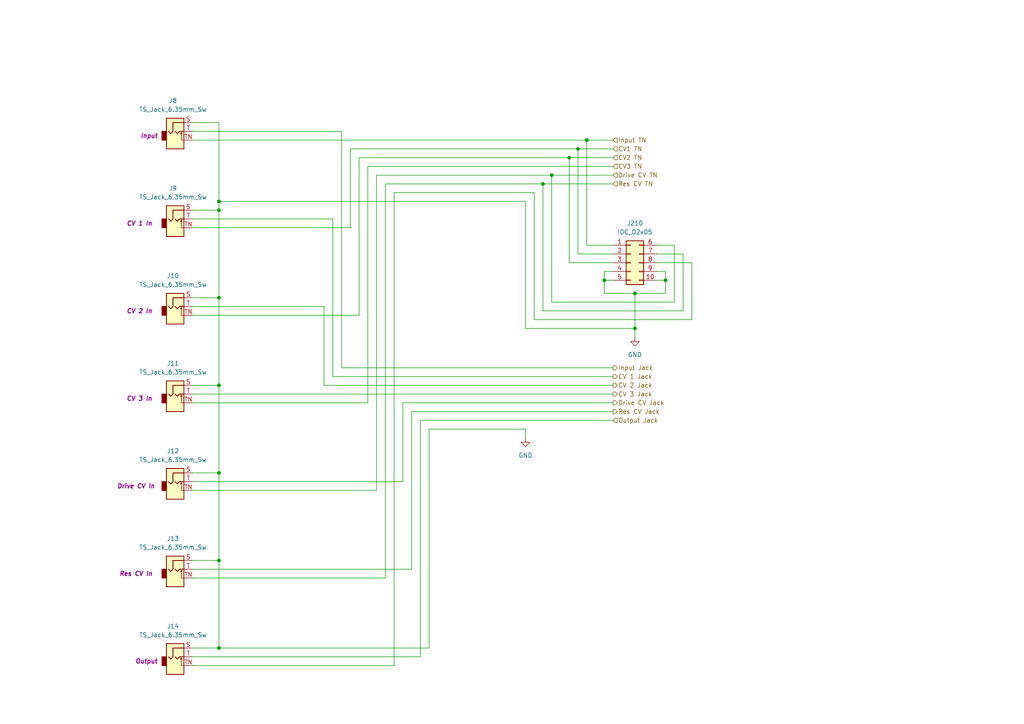
<source format=kicad_sch>
(kicad_sch (version 20250114) (generator "eeschema") (generator_version "9.0")
  (paper "A4")
  (title_block (company "DMH Instruments") (comment 1 "PCB for 15cm Kosmo format synthesizer module"))
  (lib_symbols
    (symbol "SynthStuff:BackBone_Connector_10Pin" (pin_names (offset 1.016) (hide yes))
      (property "Reference" "J" (at 0 -10.922 0))
      (property "Value" "IDC_02x05" (at 0 -8.382 0))
      (symbol "BackBone_Connector_10Pin_1_1"
        (rectangle (start -2.54 6.35) (end 2.54 -6.35) (stroke (width 0.254)) (fill (type background)))
        (rectangle (start -2.54 5.207) (end -1.27 4.953) (stroke (width 0.1524)))
        (rectangle (start -2.54 2.667) (end -1.27 2.413) (stroke (width 0.1524)))
        (rectangle (start -2.54 0.127) (end -1.27 -0.127) (stroke (width 0.1524)))
        (rectangle (start -2.54 -2.413) (end -1.27 -2.667) (stroke (width 0.1524)))
        (rectangle (start -2.54 -4.953) (end -1.27 -5.207) (stroke (width 0.1524)))
        (rectangle (start 2.54 5.207) (end 1.27 4.953) (stroke (width 0.1524)))
        (rectangle (start 2.54 2.667) (end 1.27 2.413) (stroke (width 0.1524)))
        (rectangle (start 2.54 0.127) (end 1.27 -0.127) (stroke (width 0.1524)))
        (rectangle (start 2.54 -2.413) (end 1.27 -2.667) (stroke (width 0.1524)))
        (rectangle (start 2.54 -4.953) (end 1.27 -5.207) (stroke (width 0.1524)))
        (pin passive line (at -6.35 5.08 0) (length 3.81) (name "Pin_1") (number "1"))
        (pin passive line (at -6.35 2.54 0) (length 3.81) (name "Pin_2") (number "2"))
        (pin passive line (at -6.35 0 0) (length 3.81) (name "Pin_3") (number "3"))
        (pin passive line (at -6.35 -2.54 0) (length 3.81) (name "Pin_4") (number "4"))
        (pin passive line (at -6.35 -5.08 0) (length 3.81) (name "Pin_5") (number "5"))
        (pin passive line (at 6.35 5.08 180) (length 3.81) (name "Pin_6") (number "6"))
        (pin passive line (at 6.35 2.54 180) (length 3.81) (name "Pin_7") (number "7"))
        (pin passive line (at 6.35 0 180) (length 3.81) (name "Pin_8") (number "8"))
        (pin passive line (at 6.35 -2.54 180) (length 3.81) (name "Pin_9") (number "9"))
        (pin passive line (at 6.35 -5.08 180) (length 3.81) (name "Pin_10") (number "10"))
      )
    )
    (symbol "SynthStuff:TS_Jack_6.35mm_Sw"
      (property "Reference" "J" (at -0.635 8.89 0))
      (property "Value" "TS_Jack_6.35mm_Sw" (at -0.635 6.35 0))
      (symbol "TS_Jack_6.35mm_Sw_0_1"
        (rectangle (start -2.54 0) (end -3.81 -2.54) (stroke (width 0.254)) (fill (type outline)))
        (polyline (pts (xy 0 0) (xy 0.635 -0.635) (xy 1.27 0) (xy 2.54 0)) (stroke (width 0.254)))
        (polyline (pts (xy 1.778 -0.254) (xy 2.032 -0.762)))
        (rectangle (start 2.54 3.81) (end -2.54 -5.08) (stroke (width 0.254)) (fill (type background)))
        (polyline (pts (xy 2.54 2.54) (xy -0.635 2.54) (xy -0.635 0) (xy -1.27 -0.635) (xy -1.905 0)) (stroke (width 0.254)))
        (polyline (pts (xy 2.54 -2.54) (xy 1.778 -2.54) (xy 1.778 -0.254) (xy 1.524 -0.762)))
      )
      (symbol "TS_Jack_6.35mm_Sw_1_1"
        (pin passive line (at 5.08 2.54 180) (length 2.54) (name "~") (number "S"))
        (pin passive line (at 5.08 0 180) (length 2.54) (name "~") (number "T"))
        (pin passive line (at 5.08 -2.54 180) (length 2.54) (name "~") (number "TN"))
      )
    )
    (symbol "power:GND" (power) (pin_numbers (hide yes)) (pin_names (offset 0) (hide yes))
      (property "Value" "GND" (at 0 -3.81 0))
      (symbol "GND_0_1"
        (polyline (pts (xy 0 0) (xy 0 -1.27) (xy 1.27 -1.27) (xy 0 -2.54) (xy -1.27 -1.27) (xy 0 -1.27)))
      )
      (symbol "GND_1_1"
        (pin power_in line (at 0 0 270) (length 0) (name "~") (number "1"))
      )
    )
  )
  (junction (at 165.1 45.72))
  (junction (at 63.5 187.96))
  (junction (at 167.64 43.18))
  (junction (at 63.5 58.42))
  (junction (at 63.5 137.16))
  (junction (at 175.26 81.28))
  (junction (at 160.02 50.8))
  (junction (at 193.04 81.28))
  (junction (at 63.5 86.36))
  (junction (at 184.15 95.25))
  (junction (at 63.5 162.56))
  (junction (at 170.18 40.64))
  (junction (at 63.5 111.76))
  (junction (at 157.48 53.34))
  (junction (at 184.15 85.09))
  (junction (at 63.5 60.96))
  (wire (pts (xy 116.84 116.84) (xy 177.8 116.84)))
  (wire (pts (xy 63.5 187.96) (xy 124.46 187.96)))
  (wire (pts (xy 198.12 90.17) (xy 198.12 73.66)))
  (wire (pts (xy 63.5 60.96) (xy 63.5 86.36)))
  (wire (pts (xy 195.58 87.63) (xy 195.58 71.12)))
  (wire (pts (xy 109.22 50.8) (xy 160.02 50.8)))
  (wire (pts (xy 55.88 187.96) (xy 63.5 187.96)))
  (wire (pts (xy 106.68 116.84) (xy 106.68 48.26)))
  (wire (pts (xy 55.88 116.84) (xy 106.68 116.84)))
  (wire (pts (xy 101.6 43.18) (xy 101.6 66.04)))
  (wire (pts (xy 190.5 78.74) (xy 193.04 78.74)))
  (wire (pts (xy 99.06 38.1) (xy 99.06 106.68)))
  (wire (pts (xy 175.26 85.09) (xy 184.15 85.09)))
  (wire (pts (xy 200.66 92.71) (xy 154.94 92.71)))
  (wire (pts (xy 99.06 106.68) (xy 177.8 106.68)))
  (wire (pts (xy 116.84 139.7) (xy 116.84 116.84)))
  (wire (pts (xy 55.88 88.9) (xy 93.98 88.9)))
  (wire (pts (xy 63.5 58.42) (xy 63.5 60.96)))
  (wire (pts (xy 55.88 162.56) (xy 63.5 162.56)))
  (wire (pts (xy 101.6 43.18) (xy 167.64 43.18)))
  (wire (pts (xy 124.46 187.96) (xy 124.46 124.46)))
  (wire (pts (xy 55.88 91.44) (xy 104.14 91.44)))
  (wire (pts (xy 119.38 165.1) (xy 119.38 119.38)))
  (wire (pts (xy 165.1 76.2) (xy 177.8 76.2)))
  (wire (pts (xy 184.15 85.09) (xy 193.04 85.09)))
  (wire (pts (xy 109.22 142.24) (xy 109.22 50.8)))
  (wire (pts (xy 170.18 71.12) (xy 177.8 71.12)))
  (wire (pts (xy 55.88 86.36) (xy 63.5 86.36)))
  (wire (pts (xy 114.3 193.04) (xy 114.3 55.88)))
  (wire (pts (xy 152.4 124.46) (xy 152.4 127)))
  (wire (pts (xy 190.5 73.66) (xy 198.12 73.66)))
  (wire (pts (xy 63.5 111.76) (xy 63.5 137.16)))
  (wire (pts (xy 63.5 86.36) (xy 63.5 111.76)))
  (wire (pts (xy 157.48 90.17) (xy 198.12 90.17)))
  (wire (pts (xy 96.52 109.22) (xy 177.8 109.22)))
  (wire (pts (xy 177.8 78.74) (xy 175.26 78.74)))
  (wire (pts (xy 55.88 137.16) (xy 63.5 137.16)))
  (wire (pts (xy 157.48 53.34) (xy 157.48 90.17)))
  (wire (pts (xy 104.14 45.72) (xy 165.1 45.72)))
  (wire (pts (xy 195.58 71.12) (xy 190.5 71.12)))
  (wire (pts (xy 111.76 167.64) (xy 111.76 53.34)))
  (wire (pts (xy 193.04 78.74) (xy 193.04 81.28)))
  (wire (pts (xy 165.1 45.72) (xy 177.8 45.72)))
  (wire (pts (xy 55.88 40.64) (xy 170.18 40.64)))
  (wire (pts (xy 200.66 76.2) (xy 200.66 92.71)))
  (wire (pts (xy 55.88 111.76) (xy 63.5 111.76)))
  (wire (pts (xy 190.5 81.28) (xy 193.04 81.28)))
  (wire (pts (xy 55.88 165.1) (xy 119.38 165.1)))
  (wire (pts (xy 55.88 114.3) (xy 177.8 114.3)))
  (wire (pts (xy 152.4 95.25) (xy 184.15 95.25)))
  (wire (pts (xy 96.52 63.5) (xy 96.52 109.22)))
  (wire (pts (xy 160.02 50.8) (xy 160.02 87.63)))
  (wire (pts (xy 124.46 124.46) (xy 152.4 124.46)))
  (wire (pts (xy 167.64 73.66) (xy 177.8 73.66)))
  (wire (pts (xy 63.5 162.56) (xy 63.5 187.96)))
  (wire (pts (xy 193.04 85.09) (xy 193.04 81.28)))
  (wire (pts (xy 121.92 190.5) (xy 121.92 121.92)))
  (wire (pts (xy 190.5 76.2) (xy 200.66 76.2)))
  (wire (pts (xy 119.38 119.38) (xy 177.8 119.38)))
  (wire (pts (xy 170.18 40.64) (xy 177.8 40.64)))
  (wire (pts (xy 165.1 76.2) (xy 165.1 45.72)))
  (wire (pts (xy 55.88 190.5) (xy 121.92 190.5)))
  (wire (pts (xy 184.15 85.09) (xy 184.15 95.25)))
  (wire (pts (xy 175.26 85.09) (xy 175.26 81.28)))
  (wire (pts (xy 160.02 87.63) (xy 195.58 87.63)))
  (wire (pts (xy 152.4 58.42) (xy 152.4 95.25)))
  (wire (pts (xy 63.5 35.56) (xy 63.5 58.42)))
  (wire (pts (xy 55.88 60.96) (xy 63.5 60.96)))
  (wire (pts (xy 154.94 92.71) (xy 154.94 55.88)))
  (wire (pts (xy 175.26 78.74) (xy 175.26 81.28)))
  (wire (pts (xy 55.88 139.7) (xy 116.84 139.7)))
  (wire (pts (xy 184.15 95.25) (xy 184.15 97.79)))
  (wire (pts (xy 167.64 43.18) (xy 177.8 43.18)))
  (wire (pts (xy 55.88 167.64) (xy 111.76 167.64)))
  (wire (pts (xy 63.5 58.42) (xy 152.4 58.42)))
  (wire (pts (xy 55.88 142.24) (xy 109.22 142.24)))
  (wire (pts (xy 55.88 38.1) (xy 99.06 38.1)))
  (wire (pts (xy 111.76 53.34) (xy 157.48 53.34)))
  (wire (pts (xy 104.14 91.44) (xy 104.14 45.72)))
  (wire (pts (xy 160.02 50.8) (xy 177.8 50.8)))
  (wire (pts (xy 106.68 48.26) (xy 177.8 48.26)))
  (wire (pts (xy 175.26 81.28) (xy 177.8 81.28)))
  (wire (pts (xy 93.98 88.9) (xy 93.98 111.76)))
  (wire (pts (xy 55.88 63.5) (xy 96.52 63.5)))
  (wire (pts (xy 63.5 137.16) (xy 63.5 162.56)))
  (wire (pts (xy 55.88 193.04) (xy 114.3 193.04)))
  (wire (pts (xy 170.18 71.12) (xy 170.18 40.64)))
  (wire (pts (xy 93.98 111.76) (xy 177.8 111.76)))
  (wire (pts (xy 55.88 66.04) (xy 101.6 66.04)))
  (wire (pts (xy 114.3 55.88) (xy 154.94 55.88)))
  (wire (pts (xy 121.92 121.92) (xy 177.8 121.92)))
  (wire (pts (xy 167.64 73.66) (xy 167.64 43.18)))
  (wire (pts (xy 55.88 35.56) (xy 63.5 35.56)))
  (wire (pts (xy 157.48 53.34) (xy 177.8 53.34)))
  (hierarchical_label "Input TN" (shape input) (at 177.8 40.64 0))
  (hierarchical_label "CV1 TN" (shape input) (at 177.8 43.18 0))
  (hierarchical_label "CV2 TN" (shape input) (at 177.8 45.72 0))
  (hierarchical_label "CV 3 Jack" (shape output) (at 177.8 114.3 0))
  (hierarchical_label "CV 2 Jack" (shape output) (at 177.8 111.76 0))
  (hierarchical_label "CV 1 Jack" (shape output) (at 177.8 109.22 0))
  (hierarchical_label "Output Jack" (shape input) (at 177.8 121.92 0))
  (hierarchical_label "Drive CV Jack" (shape output) (at 177.8 116.84 0))
  (hierarchical_label "Drive CV TN" (shape input) (at 177.8 50.8 0))
  (hierarchical_label "Res CV Jack" (shape output) (at 177.8 119.38 0))
  (hierarchical_label "Res CV TN" (shape input) (at 177.8 53.34 0))
  (hierarchical_label "Input Jack" (shape output) (at 177.8 106.68 0))
  (hierarchical_label "CV3 TN" (shape input) (at 177.8 48.26 0))
  (symbol (lib_id "power:GND") (at 184.15 97.79 0) (unit 1)
    (property "Reference" "#PWR07" (effects (hide yes)))
    (property "Value" "GND" (at 184.15 102.87 0))
    (property "Description" "Power symbol creates a global label with name \"GND\" , ground" (effects (hide yes)))
  )
  (symbol (lib_id "SynthStuff:TS_Jack_6.35mm_Sw") (at 50.8 88.9 0) (unit 1)
    (property "Reference" "J10" (at 50.165 80.01 0))
    (property "Value" "TS_Jack_6.35mm_Sw" (at 50.165 82.55 0))
    (property "Footprint" "SynthStuff:CUI_MJ-63052A" (effects (hide yes)))
    (property "Description" "Audio Jack, 2 Poles (Mono / TS), Switched T Pole (Normalling), 6.35mm, 1/4inch" (effects (hide yes)))
    (property "Function" "CV 2 In" (at 40.386 90.17 0) (effects (font (thickness 0.254) (bold yes) (italic yes))))
  )
  (symbol (lib_id "SynthStuff:TS_Jack_6.35mm_Sw") (at 50.8 139.7 0) (unit 1)
    (property "Reference" "J12" (at 50.165 130.81 0))
    (property "Value" "TS_Jack_6.35mm_Sw" (at 50.165 133.35 0))
    (property "Footprint" "SynthStuff:CUI_MJ-63052A" (effects (hide yes)))
    (property "Description" "Audio Jack, 2 Poles (Mono / TS), Switched T Pole (Normalling), 6.35mm, 1/4inch" (effects (hide yes)))
    (property "Function" "Drive CV In" (at 39.37 140.97 0) (effects (font (thickness 0.254) (bold yes) (italic yes))))
  )
  (symbol (lib_id "SynthStuff:TS_Jack_6.35mm_Sw") (at 50.8 190.5 0) (unit 1)
    (property "Reference" "J14" (at 50.165 181.61 0))
    (property "Value" "TS_Jack_6.35mm_Sw" (at 50.165 184.15 0))
    (property "Footprint" "SynthStuff:CUI_MJ-63052A" (effects (hide yes)))
    (property "Description" "Audio Jack, 2 Poles (Mono / TS), Switched T Pole (Normalling), 6.35mm, 1/4inch" (effects (hide yes)))
    (property "Function" "Output" (at 42.418 191.77 0) (effects (font (thickness 0.254) (bold yes) (italic yes))))
  )
  (symbol (lib_id "SynthStuff:TS_Jack_6.35mm_Sw") (at 50.8 63.5 0) (unit 1)
    (property "Reference" "J9" (at 50.165 54.61 0))
    (property "Value" "TS_Jack_6.35mm_Sw" (at 50.165 57.15 0))
    (property "Footprint" "SynthStuff:CUI_MJ-63052A" (effects (hide yes)))
    (property "Description" "Audio Jack, 2 Poles (Mono / TS), Switched T Pole (Normalling), 6.35mm, 1/4inch" (effects (hide yes)))
    (property "Function" "CV 1 In" (at 40.386 64.77 0) (effects (font (thickness 0.254) (bold yes) (italic yes))))
  )
  (symbol (lib_id "SynthStuff:TS_Jack_6.35mm_Sw") (at 50.8 38.1 0) (unit 1)
    (property "Reference" "J8" (at 50.165 29.21 0))
    (property "Value" "TS_Jack_6.35mm_Sw" (at 50.165 31.75 0))
    (property "Footprint" "SynthStuff:CUI_MJ-63052A" (effects (hide yes)))
    (property "Description" "Audio Jack, 2 Poles (Mono / TS), Switched T Pole (Normalling), 6.35mm, 1/4inch" (effects (hide yes)))
    (property "Function" "Input" (at 43.18 39.37 0) (effects (font (thickness 0.254) (bold yes) (italic yes))))
  )
  (symbol (lib_id "SynthStuff:TS_Jack_6.35mm_Sw") (at 50.8 114.3 0) (unit 1)
    (property "Reference" "J11" (at 50.165 105.41 0))
    (property "Value" "TS_Jack_6.35mm_Sw" (at 50.165 107.95 0))
    (property "Footprint" "SynthStuff:CUI_MJ-63052A" (effects (hide yes)))
    (property "Description" "Audio Jack, 2 Poles (Mono / TS), Switched T Pole (Normalling), 6.35mm, 1/4inch" (effects (hide yes)))
    (property "Function" "CV 3 In" (at 40.386 115.57 0) (effects (font (thickness 0.254) (bold yes) (italic yes))))
  )
  (symbol (lib_id "power:GND") (at 152.4 127 0) (unit 1)
    (property "Reference" "#PWR03" (effects (hide yes)))
    (property "Value" "GND" (at 152.4 132.08 0))
    (property "Description" "Power symbol creates a global label with name \"GND\" , ground" (effects (hide yes)))
  )
  (symbol (lib_id "SynthStuff:BackBone_Connector_10Pin") (at 184.15 76.2 0) (unit 1)
    (property "Reference" "J210" (at 184.15 64.77 0))
    (property "Value" "IDC_02x05" (at 184.15 67.31 0))
    (property "Footprint" "SynthStuff:IDC-Header_2x05_P2.54mm_Vertical_BackBone" (effects (hide yes)))
    (property "Description" "IDC jack, 2x5 pins, row a carries same signals as row b." (effects (hide yes)))
  )
  (symbol (lib_id "SynthStuff:TS_Jack_6.35mm_Sw") (at 50.8 165.1 0) (unit 1)
    (property "Reference" "J13" (at 50.165 156.21 0))
    (property "Value" "TS_Jack_6.35mm_Sw" (at 50.165 158.75 0))
    (property "Footprint" "SynthStuff:CUI_MJ-63052A" (effects (hide yes)))
    (property "Description" "Audio Jack, 2 Poles (Mono / TS), Switched T Pole (Normalling), 6.35mm, 1/4inch" (effects (hide yes)))
    (property "Function" "Res CV In" (at 39.37 166.37 0) (effects (font (thickness 0.254) (bold yes) (italic yes))))
  )
)
</source>
